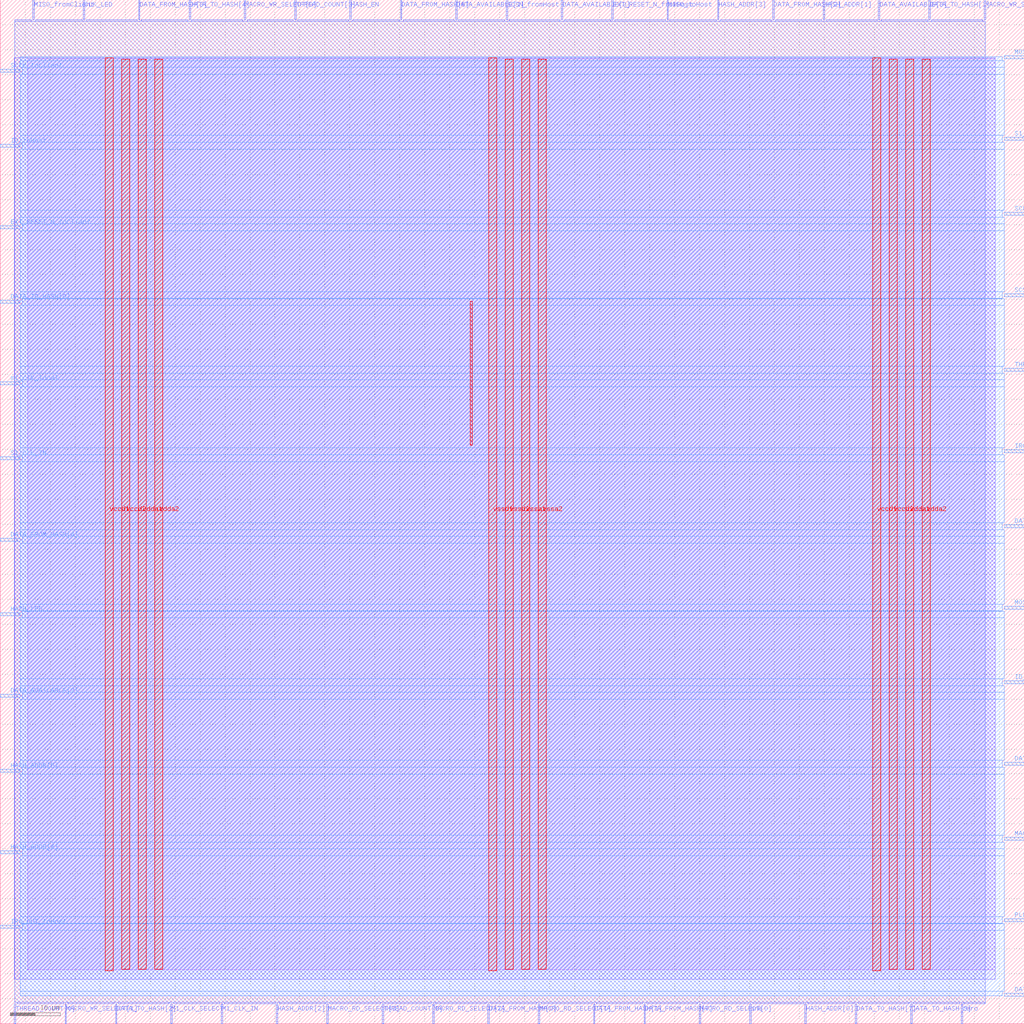
<source format=lef>
VERSION 5.7 ;
  NOWIREEXTENSIONATPIN ON ;
  DIVIDERCHAR "/" ;
  BUSBITCHARS "[]" ;
MACRO decred_controller
  CLASS BLOCK ;
  FOREIGN decred_controller ;
  ORIGIN 0.000 0.000 ;
  SIZE 205.000 BY 205.000 ;
  PIN CLK_LED
    DIRECTION OUTPUT TRISTATE ;
    USE SIGNAL ;
    PORT
      LAYER met2 ;
        RECT 16.650 201.000 16.930 205.000 ;
    END
  END CLK_LED
  PIN DATA_AVAILABLE[0]
    DIRECTION INPUT ;
    USE SIGNAL ;
    PORT
      LAYER met2 ;
        RECT 112.330 201.000 112.610 205.000 ;
    END
  END DATA_AVAILABLE[0]
  PIN DATA_AVAILABLE[1]
    DIRECTION INPUT ;
    USE SIGNAL ;
    PORT
      LAYER met2 ;
        RECT 91.170 201.000 91.450 205.000 ;
    END
  END DATA_AVAILABLE[1]
  PIN DATA_AVAILABLE[2]
    DIRECTION INPUT ;
    USE SIGNAL ;
    PORT
      LAYER met3 ;
        RECT 0.000 65.320 4.000 65.920 ;
    END
  END DATA_AVAILABLE[2]
  PIN DATA_AVAILABLE[3]
    DIRECTION INPUT ;
    USE SIGNAL ;
    PORT
      LAYER met2 ;
        RECT 175.810 201.000 176.090 205.000 ;
    END
  END DATA_AVAILABLE[3]
  PIN DATA_FROM_HASH[0]
    DIRECTION INPUT ;
    USE SIGNAL ;
    PORT
      LAYER met2 ;
        RECT 97.610 0.000 97.890 4.000 ;
    END
  END DATA_FROM_HASH[0]
  PIN DATA_FROM_HASH[1]
    DIRECTION INPUT ;
    USE SIGNAL ;
    PORT
      LAYER met2 ;
        RECT 118.770 0.000 119.050 4.000 ;
    END
  END DATA_FROM_HASH[1]
  PIN DATA_FROM_HASH[2]
    DIRECTION INPUT ;
    USE SIGNAL ;
    PORT
      LAYER met2 ;
        RECT 154.650 201.000 154.930 205.000 ;
    END
  END DATA_FROM_HASH[2]
  PIN DATA_FROM_HASH[3]
    DIRECTION INPUT ;
    USE SIGNAL ;
    PORT
      LAYER met2 ;
        RECT 27.690 201.000 27.970 205.000 ;
    END
  END DATA_FROM_HASH[3]
  PIN DATA_FROM_HASH[4]
    DIRECTION INPUT ;
    USE SIGNAL ;
    PORT
      LAYER met3 ;
        RECT 0.000 96.600 4.000 97.200 ;
    END
  END DATA_FROM_HASH[4]
  PIN DATA_FROM_HASH[5]
    DIRECTION INPUT ;
    USE SIGNAL ;
    PORT
      LAYER met3 ;
        RECT 201.000 51.720 205.000 52.320 ;
    END
  END DATA_FROM_HASH[5]
  PIN DATA_FROM_HASH[6]
    DIRECTION INPUT ;
    USE SIGNAL ;
    PORT
      LAYER met2 ;
        RECT 80.130 201.000 80.410 205.000 ;
    END
  END DATA_FROM_HASH[6]
  PIN DATA_FROM_HASH[7]
    DIRECTION INPUT ;
    USE SIGNAL ;
    PORT
      LAYER met2 ;
        RECT 128.890 0.000 129.170 4.000 ;
    END
  END DATA_FROM_HASH[7]
  PIN DATA_TO_HASH[0]
    DIRECTION OUTPUT TRISTATE ;
    USE SIGNAL ;
    PORT
      LAYER met3 ;
        RECT 0.000 144.200 4.000 144.800 ;
    END
  END DATA_TO_HASH[0]
  PIN DATA_TO_HASH[1]
    DIRECTION OUTPUT TRISTATE ;
    USE SIGNAL ;
    PORT
      LAYER met2 ;
        RECT 185.930 201.000 186.210 205.000 ;
    END
  END DATA_TO_HASH[1]
  PIN DATA_TO_HASH[2]
    DIRECTION OUTPUT TRISTATE ;
    USE SIGNAL ;
    PORT
      LAYER met2 ;
        RECT 23.090 0.000 23.370 4.000 ;
    END
  END DATA_TO_HASH[2]
  PIN DATA_TO_HASH[3]
    DIRECTION OUTPUT TRISTATE ;
    USE SIGNAL ;
    PORT
      LAYER met2 ;
        RECT 182.250 0.000 182.530 4.000 ;
    END
  END DATA_TO_HASH[3]
  PIN DATA_TO_HASH[4]
    DIRECTION OUTPUT TRISTATE ;
    USE SIGNAL ;
    PORT
      LAYER met2 ;
        RECT 37.810 201.000 38.090 205.000 ;
    END
  END DATA_TO_HASH[4]
  PIN DATA_TO_HASH[5]
    DIRECTION OUTPUT TRISTATE ;
    USE SIGNAL ;
    PORT
      LAYER met3 ;
        RECT 201.000 5.480 205.000 6.080 ;
    END
  END DATA_TO_HASH[5]
  PIN DATA_TO_HASH[6]
    DIRECTION OUTPUT TRISTATE ;
    USE SIGNAL ;
    PORT
      LAYER met3 ;
        RECT 201.000 99.320 205.000 99.920 ;
    END
  END DATA_TO_HASH[6]
  PIN DATA_TO_HASH[7]
    DIRECTION OUTPUT TRISTATE ;
    USE SIGNAL ;
    PORT
      LAYER met2 ;
        RECT 171.210 0.000 171.490 4.000 ;
    END
  END DATA_TO_HASH[7]
  PIN EXT_RESET_N_fromHost
    DIRECTION INPUT ;
    USE SIGNAL ;
    PORT
      LAYER met2 ;
        RECT 122.450 201.000 122.730 205.000 ;
    END
  END EXT_RESET_N_fromHost
  PIN EXT_RESET_N_toClient
    DIRECTION OUTPUT TRISTATE ;
    USE SIGNAL ;
    PORT
      LAYER met3 ;
        RECT 0.000 159.160 4.000 159.760 ;
    END
  END EXT_RESET_N_toClient
  PIN HASH_ADDR[0]
    DIRECTION OUTPUT TRISTATE ;
    USE SIGNAL ;
    PORT
      LAYER met2 ;
        RECT 161.090 0.000 161.370 4.000 ;
    END
  END HASH_ADDR[0]
  PIN HASH_ADDR[1]
    DIRECTION OUTPUT TRISTATE ;
    USE SIGNAL ;
    PORT
      LAYER met2 ;
        RECT 164.770 201.000 165.050 205.000 ;
    END
  END HASH_ADDR[1]
  PIN HASH_ADDR[2]
    DIRECTION OUTPUT TRISTATE ;
    USE SIGNAL ;
    PORT
      LAYER met2 ;
        RECT 55.290 0.000 55.570 4.000 ;
    END
  END HASH_ADDR[2]
  PIN HASH_ADDR[3]
    DIRECTION OUTPUT TRISTATE ;
    USE SIGNAL ;
    PORT
      LAYER met2 ;
        RECT 143.610 201.000 143.890 205.000 ;
    END
  END HASH_ADDR[3]
  PIN HASH_ADDR[4]
    DIRECTION OUTPUT TRISTATE ;
    USE SIGNAL ;
    PORT
      LAYER met3 ;
        RECT 0.000 34.040 4.000 34.640 ;
    END
  END HASH_ADDR[4]
  PIN HASH_ADDR[5]
    DIRECTION OUTPUT TRISTATE ;
    USE SIGNAL ;
    PORT
      LAYER met3 ;
        RECT 0.000 50.360 4.000 50.960 ;
    END
  END HASH_ADDR[5]
  PIN HASH_EN
    DIRECTION OUTPUT TRISTATE ;
    USE SIGNAL ;
    PORT
      LAYER met2 ;
        RECT 70.010 201.000 70.290 205.000 ;
    END
  END HASH_EN
  PIN HASH_LED
    DIRECTION OUTPUT TRISTATE ;
    USE SIGNAL ;
    PORT
      LAYER met3 ;
        RECT 0.000 81.640 4.000 82.240 ;
    END
  END HASH_LED
  PIN ID_fromClient
    DIRECTION INPUT ;
    USE SIGNAL ;
    PORT
      LAYER met3 ;
        RECT 201.000 68.040 205.000 68.640 ;
    END
  END ID_fromClient
  PIN ID_toHost
    DIRECTION OUTPUT TRISTATE ;
    USE SIGNAL ;
    PORT
      LAYER met3 ;
        RECT 0.000 175.480 4.000 176.080 ;
    END
  END ID_toHost
  PIN IRQ_OUT_fromClient
    DIRECTION INPUT ;
    USE SIGNAL ;
    PORT
      LAYER met3 ;
        RECT 201.000 114.280 205.000 114.880 ;
    END
  END IRQ_OUT_fromClient
  PIN IRQ_OUT_toHost
    DIRECTION OUTPUT TRISTATE ;
    USE SIGNAL ;
    PORT
      LAYER met3 ;
        RECT 0.000 19.080 4.000 19.680 ;
    END
  END IRQ_OUT_toHost
  PIN M1_CLK_IN
    DIRECTION INPUT ;
    USE SIGNAL ;
    PORT
      LAYER met2 ;
        RECT 44.250 0.000 44.530 4.000 ;
    END
  END M1_CLK_IN
  PIN M1_CLK_SELECT
    DIRECTION INPUT ;
    USE SIGNAL ;
    PORT
      LAYER met2 ;
        RECT 34.130 0.000 34.410 4.000 ;
    END
  END M1_CLK_SELECT
  PIN MACRO_RD_SELECT[0]
    DIRECTION OUTPUT TRISTATE ;
    USE SIGNAL ;
    PORT
      LAYER met2 ;
        RECT 139.930 0.000 140.210 4.000 ;
    END
  END MACRO_RD_SELECT[0]
  PIN MACRO_RD_SELECT[1]
    DIRECTION OUTPUT TRISTATE ;
    USE SIGNAL ;
    PORT
      LAYER met2 ;
        RECT 107.730 0.000 108.010 4.000 ;
    END
  END MACRO_RD_SELECT[1]
  PIN MACRO_RD_SELECT[2]
    DIRECTION OUTPUT TRISTATE ;
    USE SIGNAL ;
    PORT
      LAYER met2 ;
        RECT 86.570 0.000 86.850 4.000 ;
    END
  END MACRO_RD_SELECT[2]
  PIN MACRO_RD_SELECT[3]
    DIRECTION OUTPUT TRISTATE ;
    USE SIGNAL ;
    PORT
      LAYER met2 ;
        RECT 65.410 0.000 65.690 4.000 ;
    END
  END MACRO_RD_SELECT[3]
  PIN MACRO_WR_SELECT[0]
    DIRECTION OUTPUT TRISTATE ;
    USE SIGNAL ;
    PORT
      LAYER met2 ;
        RECT 48.850 201.000 49.130 205.000 ;
    END
  END MACRO_WR_SELECT[0]
  PIN MACRO_WR_SELECT[1]
    DIRECTION OUTPUT TRISTATE ;
    USE SIGNAL ;
    PORT
      LAYER met2 ;
        RECT 12.970 0.000 13.250 4.000 ;
    END
  END MACRO_WR_SELECT[1]
  PIN MACRO_WR_SELECT[2]
    DIRECTION OUTPUT TRISTATE ;
    USE SIGNAL ;
    PORT
      LAYER met2 ;
        RECT 196.970 201.000 197.250 205.000 ;
    END
  END MACRO_WR_SELECT[2]
  PIN MACRO_WR_SELECT[3]
    DIRECTION OUTPUT TRISTATE ;
    USE SIGNAL ;
    PORT
      LAYER met3 ;
        RECT 201.000 36.760 205.000 37.360 ;
    END
  END MACRO_WR_SELECT[3]
  PIN MISO_fromClient
    DIRECTION INPUT ;
    USE SIGNAL ;
    PORT
      LAYER met2 ;
        RECT 6.530 201.000 6.810 205.000 ;
    END
  END MISO_fromClient
  PIN MISO_toHost
    DIRECTION OUTPUT TRISTATE ;
    USE SIGNAL ;
    PORT
      LAYER met2 ;
        RECT 133.490 201.000 133.770 205.000 ;
    END
  END MISO_toHost
  PIN MOSI_fromHost
    DIRECTION INPUT ;
    USE SIGNAL ;
    PORT
      LAYER met3 ;
        RECT 201.000 193.160 205.000 193.760 ;
    END
  END MOSI_fromHost
  PIN MOSI_toClient
    DIRECTION OUTPUT TRISTATE ;
    USE SIGNAL ;
    PORT
      LAYER met3 ;
        RECT 201.000 83.000 205.000 83.600 ;
    END
  END MOSI_toClient
  PIN PLL_INPUT
    DIRECTION INPUT ;
    USE SIGNAL ;
    PORT
      LAYER met3 ;
        RECT 201.000 20.440 205.000 21.040 ;
    END
  END PLL_INPUT
  PIN S1_CLK_IN
    DIRECTION INPUT ;
    USE SIGNAL ;
    PORT
      LAYER met3 ;
        RECT 0.000 112.920 4.000 113.520 ;
    END
  END S1_CLK_IN
  PIN S1_CLK_SELECT
    DIRECTION INPUT ;
    USE SIGNAL ;
    PORT
      LAYER met3 ;
        RECT 201.000 176.840 205.000 177.440 ;
    END
  END S1_CLK_SELECT
  PIN SCLK_fromHost
    DIRECTION INPUT ;
    USE SIGNAL ;
    PORT
      LAYER met3 ;
        RECT 201.000 161.880 205.000 162.480 ;
    END
  END SCLK_fromHost
  PIN SCLK_toClient
    DIRECTION OUTPUT TRISTATE ;
    USE SIGNAL ;
    PORT
      LAYER met3 ;
        RECT 0.000 190.440 4.000 191.040 ;
    END
  END SCLK_toClient
  PIN SCSN_fromHost
    DIRECTION INPUT ;
    USE SIGNAL ;
    PORT
      LAYER met2 ;
        RECT 101.290 201.000 101.570 205.000 ;
    END
  END SCSN_fromHost
  PIN SCSN_toClient
    DIRECTION OUTPUT TRISTATE ;
    USE SIGNAL ;
    PORT
      LAYER met3 ;
        RECT 201.000 145.560 205.000 146.160 ;
    END
  END SCSN_toClient
  PIN THREAD_COUNT[0]
    DIRECTION INPUT ;
    USE SIGNAL ;
    PORT
      LAYER met2 ;
        RECT 2.850 0.000 3.130 4.000 ;
    END
  END THREAD_COUNT[0]
  PIN THREAD_COUNT[1]
    DIRECTION INPUT ;
    USE SIGNAL ;
    PORT
      LAYER met3 ;
        RECT 201.000 130.600 205.000 131.200 ;
    END
  END THREAD_COUNT[1]
  PIN THREAD_COUNT[2]
    DIRECTION INPUT ;
    USE SIGNAL ;
    PORT
      LAYER met2 ;
        RECT 76.450 0.000 76.730 4.000 ;
    END
  END THREAD_COUNT[2]
  PIN THREAD_COUNT[3]
    DIRECTION INPUT ;
    USE SIGNAL ;
    PORT
      LAYER met2 ;
        RECT 58.970 201.000 59.250 205.000 ;
    END
  END THREAD_COUNT[3]
  PIN m1_clk_local
    DIRECTION OUTPUT TRISTATE ;
    USE SIGNAL ;
    PORT
      LAYER met3 ;
        RECT 0.000 127.880 4.000 128.480 ;
    END
  END m1_clk_local
  PIN one
    DIRECTION OUTPUT TRISTATE ;
    USE SIGNAL ;
    PORT
      LAYER met2 ;
        RECT 150.050 0.000 150.330 4.000 ;
    END
  END one
  PIN zero
    DIRECTION OUTPUT TRISTATE ;
    USE SIGNAL ;
    PORT
      LAYER met2 ;
        RECT 192.370 0.000 192.650 4.000 ;
    END
  END zero
  PIN vccd1
    DIRECTION INOUT ;
    USE POWER ;
    PORT
      LAYER met4 ;
        RECT 174.640 10.640 176.240 193.360 ;
    END
  END vccd1
  PIN vccd1
    DIRECTION INOUT ;
    USE POWER ;
    PORT
      LAYER met4 ;
        RECT 21.040 10.640 22.640 193.360 ;
    END
  END vccd1
  PIN vssd1
    DIRECTION INOUT ;
    USE GROUND ;
    PORT
      LAYER met4 ;
        RECT 97.840 10.640 99.440 193.360 ;
    END
  END vssd1
  PIN vccd2
    DIRECTION INOUT ;
    USE POWER ;
    PORT
      LAYER met4 ;
        RECT 177.940 10.880 179.540 193.120 ;
    END
  END vccd2
  PIN vccd2
    DIRECTION INOUT ;
    USE POWER ;
    PORT
      LAYER met4 ;
        RECT 24.340 10.880 25.940 193.120 ;
    END
  END vccd2
  PIN vssd2
    DIRECTION INOUT ;
    USE GROUND ;
    PORT
      LAYER met4 ;
        RECT 101.140 10.880 102.740 193.120 ;
    END
  END vssd2
  PIN vdda1
    DIRECTION INOUT ;
    USE POWER ;
    PORT
      LAYER met4 ;
        RECT 181.240 10.880 182.840 193.120 ;
    END
  END vdda1
  PIN vdda1
    DIRECTION INOUT ;
    USE POWER ;
    PORT
      LAYER met4 ;
        RECT 27.640 10.880 29.240 193.120 ;
    END
  END vdda1
  PIN vssa1
    DIRECTION INOUT ;
    USE GROUND ;
    PORT
      LAYER met4 ;
        RECT 104.440 10.880 106.040 193.120 ;
    END
  END vssa1
  PIN vdda2
    DIRECTION INOUT ;
    USE POWER ;
    PORT
      LAYER met4 ;
        RECT 184.540 10.880 186.140 193.120 ;
    END
  END vdda2
  PIN vdda2
    DIRECTION INOUT ;
    USE POWER ;
    PORT
      LAYER met4 ;
        RECT 30.940 10.880 32.540 193.120 ;
    END
  END vdda2
  PIN vssa2
    DIRECTION INOUT ;
    USE GROUND ;
    PORT
      LAYER met4 ;
        RECT 107.740 10.880 109.340 193.120 ;
    END
  END vssa2
  OBS
      LAYER li1 ;
        RECT 5.520 10.795 199.180 193.205 ;
      LAYER met1 ;
        RECT 2.830 8.880 199.180 193.360 ;
      LAYER met2 ;
        RECT 2.860 200.720 6.250 201.000 ;
        RECT 7.090 200.720 16.370 201.000 ;
        RECT 17.210 200.720 27.410 201.000 ;
        RECT 28.250 200.720 37.530 201.000 ;
        RECT 38.370 200.720 48.570 201.000 ;
        RECT 49.410 200.720 58.690 201.000 ;
        RECT 59.530 200.720 69.730 201.000 ;
        RECT 70.570 200.720 79.850 201.000 ;
        RECT 80.690 200.720 90.890 201.000 ;
        RECT 91.730 200.720 101.010 201.000 ;
        RECT 101.850 200.720 112.050 201.000 ;
        RECT 112.890 200.720 122.170 201.000 ;
        RECT 123.010 200.720 133.210 201.000 ;
        RECT 134.050 200.720 143.330 201.000 ;
        RECT 144.170 200.720 154.370 201.000 ;
        RECT 155.210 200.720 164.490 201.000 ;
        RECT 165.330 200.720 175.530 201.000 ;
        RECT 176.370 200.720 185.650 201.000 ;
        RECT 186.490 200.720 196.690 201.000 ;
        RECT 2.860 4.280 197.240 200.720 ;
        RECT 3.410 4.000 12.690 4.280 ;
        RECT 13.530 4.000 22.810 4.280 ;
        RECT 23.650 4.000 33.850 4.280 ;
        RECT 34.690 4.000 43.970 4.280 ;
        RECT 44.810 4.000 55.010 4.280 ;
        RECT 55.850 4.000 65.130 4.280 ;
        RECT 65.970 4.000 76.170 4.280 ;
        RECT 77.010 4.000 86.290 4.280 ;
        RECT 87.130 4.000 97.330 4.280 ;
        RECT 98.170 4.000 107.450 4.280 ;
        RECT 108.290 4.000 118.490 4.280 ;
        RECT 119.330 4.000 128.610 4.280 ;
        RECT 129.450 4.000 139.650 4.280 ;
        RECT 140.490 4.000 149.770 4.280 ;
        RECT 150.610 4.000 160.810 4.280 ;
        RECT 161.650 4.000 170.930 4.280 ;
        RECT 171.770 4.000 181.970 4.280 ;
        RECT 182.810 4.000 192.090 4.280 ;
        RECT 192.930 4.000 197.240 4.280 ;
      LAYER met3 ;
        RECT 4.000 192.760 200.600 193.625 ;
        RECT 4.000 191.440 201.000 192.760 ;
        RECT 4.400 190.040 201.000 191.440 ;
        RECT 4.000 177.840 201.000 190.040 ;
        RECT 4.000 176.480 200.600 177.840 ;
        RECT 4.400 176.440 200.600 176.480 ;
        RECT 4.400 175.080 201.000 176.440 ;
        RECT 4.000 162.880 201.000 175.080 ;
        RECT 4.000 161.480 200.600 162.880 ;
        RECT 4.000 160.160 201.000 161.480 ;
        RECT 4.400 158.760 201.000 160.160 ;
        RECT 4.000 146.560 201.000 158.760 ;
        RECT 4.000 145.200 200.600 146.560 ;
        RECT 4.400 145.160 200.600 145.200 ;
        RECT 4.400 143.800 201.000 145.160 ;
        RECT 4.000 131.600 201.000 143.800 ;
        RECT 4.000 130.200 200.600 131.600 ;
        RECT 4.000 128.880 201.000 130.200 ;
        RECT 4.400 127.480 201.000 128.880 ;
        RECT 4.000 115.280 201.000 127.480 ;
        RECT 4.000 113.920 200.600 115.280 ;
        RECT 4.400 113.880 200.600 113.920 ;
        RECT 4.400 112.520 201.000 113.880 ;
        RECT 4.000 100.320 201.000 112.520 ;
        RECT 4.000 98.920 200.600 100.320 ;
        RECT 4.000 97.600 201.000 98.920 ;
        RECT 4.400 96.200 201.000 97.600 ;
        RECT 4.000 84.000 201.000 96.200 ;
        RECT 4.000 82.640 200.600 84.000 ;
        RECT 4.400 82.600 200.600 82.640 ;
        RECT 4.400 81.240 201.000 82.600 ;
        RECT 4.000 69.040 201.000 81.240 ;
        RECT 4.000 67.640 200.600 69.040 ;
        RECT 4.000 66.320 201.000 67.640 ;
        RECT 4.400 64.920 201.000 66.320 ;
        RECT 4.000 52.720 201.000 64.920 ;
        RECT 4.000 51.360 200.600 52.720 ;
        RECT 4.400 51.320 200.600 51.360 ;
        RECT 4.400 49.960 201.000 51.320 ;
        RECT 4.000 37.760 201.000 49.960 ;
        RECT 4.000 36.360 200.600 37.760 ;
        RECT 4.000 35.040 201.000 36.360 ;
        RECT 4.400 33.640 201.000 35.040 ;
        RECT 4.000 21.440 201.000 33.640 ;
        RECT 4.000 20.080 200.600 21.440 ;
        RECT 4.400 20.040 200.600 20.080 ;
        RECT 4.400 18.680 201.000 20.040 ;
        RECT 4.000 6.480 201.000 18.680 ;
        RECT 4.000 5.615 200.600 6.480 ;
      LAYER met4 ;
        RECT 94.135 115.775 94.465 144.665 ;
  END
END decred_controller
END LIBRARY


</source>
